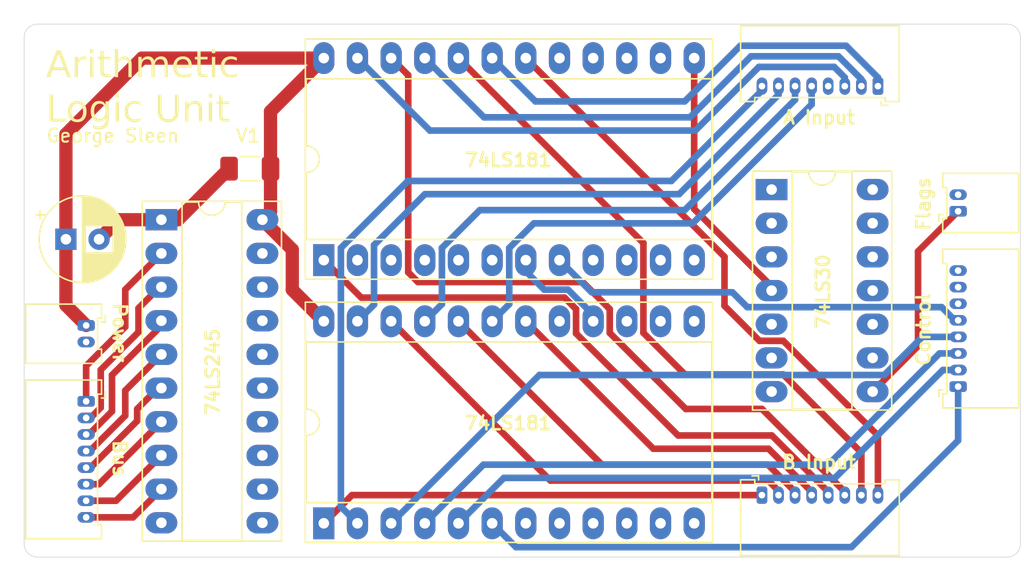
<source format=kicad_pcb>
(kicad_pcb (version 20240108) (generator "pcbnew") (generator_version "8.0")
  (layers (0 "F.Cu" signal) (1 "In1.Cu" signal) (2 "In2.Cu" signal) (31 "B.Cu" signal) (34 "B.Paste" user) (35 "F.Paste" user) (36 "B.SilkS" user "B.Silkscreen") (37 "F.SilkS" user "F.Silkscreen") (38 "B.Mask" user) (39 "F.Mask" user) (44 "Edge.Cuts" user))
  (net 0 "")
  (net 1 "/A6")
  (net 2 "/F7")
  (net 3 "GNDREF")
  (net 4 "/S0")
  (net 5 "/S2")
  (net 6 "/A4")
  (net 8 "/M")
  (net 9 "/S3")
  (net 10 "/F4")
  (net 11 "/B4")
  (net 12 "Net-(U1-Cn)")
  (net 13 "/F6")
  (net 15 "/A5")
  (net 16 "/F5")
  (net 17 "/B6")
  (net 18 "/B7")
  (net 19 "VCC")
  (net 20 "/S1")
  (net 22 "/B5")
  (net 23 "/~{Carry flag}")
  (net 24 "/A7")
  (net 25 "/B2")
  (net 26 "/A3")
  (net 27 "/F2")
  (net 28 "/F0")
  (net 29 "/B0")
  (net 30 "/A2")
  (net 31 "/B1")
  (net 33 "/F1")
  (net 34 "/~{Cn}")
  (net 35 "/A1")
  (net 36 "/F3")
  (net 39 "/B3")
  (net 40 "/A0")
  (net 41 "/Zero flag")
  (net 42 "Net-(U1-F2)")
  (net 43 "Net-(U1-F3)")
  (net 44 "Net-(U1-F1)")
  (net 45 "Net-(U1-F0)")
  (net 46 "Net-(U2-F0)")
  (net 47 "Net-(U2-F2)")
  (net 48 "Net-(U2-F1)")
  (net 49 "Net-(U2-F3)")
  (net 50 "/~{FO}")
  (footprint "Capacitor_SMD:C_1206_3216Metric_Pad1.33x1.80mm_HandSolder" (layer "F.Cu") (at 89.395 64.275 180)
    (property "Reference" "C2" (hide yes))
    (property "Value" "0.1 uF")
    (pad "1" smd roundrect (at -1.5625 0 180) (size 1.325 1.8) (layers "F.Cu" "F.Paste" "F.Mask") (roundrect_rratio 0.188679) (net 19 "VCC"))
    (pad "2" smd roundrect (at 1.5625 0 180) (size 1.325 1.8) (layers "F.Cu" "F.Paste" "F.Mask") (roundrect_rratio 0.188679) (net 3 "GNDREF"))
  )
  (footprint "Package_DIP:DIP-24_W15.24mm_Socket_LongPads" (layer "F.Cu") (at 94.975 91.025 90)
    (property "Reference" "U2" (hide yes))
    (property "Value" "74LS181")
    (pad "1" thru_hole rect (at 0 0 90) (size 2.4 1.6) (drill 0.8) (layers "*.Cu" "*.Mask") (net 29 "/B0"))
    (pad "2" thru_hole oval (at 0 2.54 90) (size 2.4 1.6) (drill 0.8) (layers "*.Cu" "*.Mask") (net 40 "/A0"))
    (pad "3" thru_hole oval (at 0 5.08 90) (size 2.4 1.6) (drill 0.8) (layers "*.Cu" "*.Mask") (net 9 "/S3"))
    (pad "4" thru_hole oval (at 0 7.62 90) (size 2.4 1.6) (drill 0.8) (layers "*.Cu" "*.Mask") (net 5 "/S2"))
    (pad "5" thru_hole oval (at 0 10.16 90) (size 2.4 1.6) (drill 0.8) (layers "*.Cu" "*.Mask") (net 20 "/S1"))
    (pad "6" thru_hole oval (at 0 12.7 90) (size 2.4 1.6) (drill 0.8) (layers "*.Cu" "*.Mask") (net 4 "/S0"))
    (pad "7" thru_hole oval (at 0 15.24 90) (size 2.4 1.6) (drill 0.8) (layers "*.Cu" "*.Mask") (net 34 "/~{Cn}"))
    (pad "8" thru_hole oval (at 0 17.78 90) (size 2.4 1.6) (drill 0.8) (layers "*.Cu" "*.Mask") (net 8 "/M"))
    (pad "9" thru_hole oval (at 0 20.32 90) (size 2.4 1.6) (drill 0.8) (layers "*.Cu" "*.Mask") (net 46 "Net-(U2-F0)"))
    (pad "10" thru_hole oval (at 0 22.86 90) (size 2.4 1.6) (drill 0.8) (layers "*.Cu" "*.Mask") (net 48 "Net-(U2-F1)"))
    (pad "11" thru_hole oval (at 0 25.4 90) (size 2.4 1.6) (drill 0.8) (layers "*.Cu" "*.Mask") (net 47 "Net-(U2-F2)"))
    (pad "12" thru_hole oval (at 0 27.94 90) (size 2.4 1.6) (drill 0.8) (layers "*.Cu" "*.Mask") (net 3 "GNDREF"))
    (pad "13" thru_hole oval (at 15.24 27.94 90) (size 2.4 1.6) (drill 0.8) (layers "*.Cu" "*.Mask") (net 49 "Net-(U2-F3)"))
    (pad "14" thru_hole oval (at 15.24 25.4 90) (size 2.4 1.6) (drill 0.8) (layers "*.Cu" "*.Mask"))
    (pad "15" thru_hole oval (at 15.24 22.86 90) (size 2.4 1.6) (drill 0.8) (layers "*.Cu" "*.Mask"))
    (pad "16" thru_hole oval (at 15.24 20.32 90) (size 2.4 1.6) (drill 0.8) (layers "*.Cu" "*.Mask") (net 12 "Net-(U1-Cn)"))
    (pad "17" thru_hole oval (at 15.24 17.78 90) (size 2.4 1.6) (drill 0.8) (layers "*.Cu" "*.Mask"))
    (pad "18" thru_hole oval (at 15.24 15.24 90) (size 2.4 1.6) (drill 0.8) (layers "*.Cu" "*.Mask") (net 39 "/B3"))
    (pad "19" thru_hole oval (at 15.24 12.7 90) (size 2.4 1.6) (drill 0.8) (layers "*.Cu" "*.Mask") (net 26 "/A3"))
    (pad "20" thru_hole oval (at 15.24 10.16 90) (size 2.4 1.6) (drill 0.8) (layers "*.Cu" "*.Mask") (net 25 "/B2"))
    (pad "21" thru_hole oval (at 15.24 7.62 90) (size 2.4 1.6) (drill 0.8) (layers "*.Cu" "*.Mask") (net 30 "/A2"))
    (pad "22" thru_hole oval (at 15.24 5.08 90) (size 2.4 1.6) (drill 0.8) (layers "*.Cu" "*.Mask") (net 31 "/B1"))
    (pad "23" thru_hole oval (at 15.24 2.54 90) (size 2.4 1.6) (drill 0.8) (layers "*.Cu" "*.Mask") (net 35 "/A1"))
    (pad "24" thru_hole oval (at 15.24 0 90) (size 2.4 1.6) (drill 0.8) (layers "*.Cu" "*.Mask") (net 19 "VCC"))
  )
  (footprint "Connector_Molex:Molex_PicoBlade_53048-0810_1x08_P1.25mm_Horizontal" (layer "F.Cu") (at 77.05 81.825 -90)
    (property "Reference" "J3" (hide yes))
    (property "Value" "Bus")
    (pad "1" thru_hole roundrect (at 0 0 270) (size 0.8 1.3) (drill 0.5) (layers "*.Cu" "*.Mask") (net 2 "/F7"))
    (pad "2" thru_hole oval (at 1.25 0 270) (size 0.8 1.3) (drill 0.5) (layers "*.Cu" "*.Mask") (net 13 "/F6"))
    (pad "3" thru_hole oval (at 2.5 0 270) (size 0.8 1.3) (drill 0.5) (layers "*.Cu" "*.Mask") (net 16 "/F5"))
    (pad "4" thru_hole oval (at 3.75 0 270) (size 0.8 1.3) (drill 0.5) (layers "*.Cu" "*.Mask") (net 10 "/F4"))
    (pad "5" thru_hole oval (at 5 0 270) (size 0.8 1.3) (drill 0.5) (layers "*.Cu" "*.Mask") (net 36 "/F3"))
    (pad "6" thru_hole oval (at 6.25 0 270) (size 0.8 1.3) (drill 0.5) (layers "*.Cu" "*.Mask") (net 27 "/F2"))
    (pad "7" thru_hole oval (at 7.5 0 270) (size 0.8 1.3) (drill 0.5) (layers "*.Cu" "*.Mask") (net 33 "/F1"))
    (pad "8" thru_hole oval (at 8.75 0 270) (size 0.8 1.3) (drill 0.5) (layers "*.Cu" "*.Mask") (net 28 "/F0"))
  )
  (footprint "Connector_Molex:Molex_PicoBlade_53048-0210_1x02_P1.25mm_Horizontal" (layer "F.Cu") (at 142.825 67.4875 90)
    (property "Reference" "J5" (hide yes))
    (property "Value" "Flags" (hide yes))
    (pad "1" thru_hole roundrect (at 0 0 90) (size 0.8 1.3) (drill 0.5) (layers "*.Cu" "*.Mask") (net 41 "/Zero flag"))
    (pad "2" thru_hole oval (at 1.25 0 90) (size 0.8 1.3) (drill 0.5) (layers "*.Cu" "*.Mask") (net 23 "/~{Carry flag}"))
  )
  (footprint "Package_DIP:DIP-20_W7.62mm_Socket_LongPads" (layer "F.Cu") (at 82.725 68.125)
    (property "Reference" "U4" (hide yes))
    (property "Value" "74LS245")
    (pad "1" thru_hole rect (at 0 0) (size 2.4 1.6) (drill 0.8) (layers "*.Cu" "*.Mask") (net 3 "GNDREF"))
    (pad "2" thru_hole oval (at 0 2.54) (size 2.4 1.6) (drill 0.8) (layers "*.Cu" "*.Mask") (net 2 "/F7"))
    (pad "3" thru_hole oval (at 0 5.08) (size 2.4 1.6) (drill 0.8) (layers "*.Cu" "*.Mask") (net 13 "/F6"))
    (pad "4" thru_hole oval (at 0 7.62) (size 2.4 1.6) (drill 0.8) (layers "*.Cu" "*.Mask") (net 16 "/F5"))
    (pad "5" thru_hole oval (at 0 10.16) (size 2.4 1.6) (drill 0.8) (layers "*.Cu" "*.Mask") (net 10 "/F4"))
    (pad "6" thru_hole oval (at 0 12.7) (size 2.4 1.6) (drill 0.8) (layers "*.Cu" "*.Mask") (net 36 "/F3"))
    (pad "7" thru_hole oval (at 0 15.24) (size 2.4 1.6) (drill 0.8) (layers "*.Cu" "*.Mask") (net 27 "/F2"))
    (pad "8" thru_hole oval (at 0 17.78) (size 2.4 1.6) (drill 0.8) (layers "*.Cu" "*.Mask") (net 33 "/F1"))
    (pad "9" thru_hole oval (at 0 20.32) (size 2.4 1.6) (drill 0.8) (layers "*.Cu" "*.Mask") (net 28 "/F0"))
    (pad "10" thru_hole oval (at 0 22.86) (size 2.4 1.6) (drill 0.8) (layers "*.Cu" "*.Mask") (net 3 "GNDREF"))
    (pad "11" thru_hole oval (at 7.62 22.86) (size 2.4 1.6) (drill 0.8) (layers "*.Cu" "*.Mask") (net 46 "Net-(U2-F0)"))
    (pad "12" thru_hole oval (at 7.62 20.32) (size 2.4 1.6) (drill 0.8) (layers "*.Cu" "*.Mask") (net 48 "Net-(U2-F1)"))
    (pad "13" thru_hole oval (at 7.62 17.78) (size 2.4 1.6) (drill 0.8) (layers "*.Cu" "*.Mask") (net 47 "Net-(U2-F2)"))
    (pad "14" thru_hole oval (at 7.62 15.24) (size 2.4 1.6) (drill 0.8) (layers "*.Cu" "*.Mask") (net 49 "Net-(U2-F3)"))
    (pad "15" thru_hole oval (at 7.62 12.7) (size 2.4 1.6) (drill 0.8) (layers "*.Cu" "*.Mask") (net 45 "Net-(U1-F0)"))
    (pad "16" thru_hole oval (at 7.62 10.16) (size 2.4 1.6) (drill 0.8) (layers "*.Cu" "*.Mask") (net 44 "Net-(U1-F1)"))
    (pad "17" thru_hole oval (at 7.62 7.62) (size 2.4 1.6) (drill 0.8) (layers "*.Cu" "*.Mask") (net 42 "Net-(U1-F2)"))
    (pad "18" thru_hole oval (at 7.62 5.08) (size 2.4 1.6) (drill 0.8) (layers "*.Cu" "*.Mask") (net 43 "Net-(U1-F3)"))
    (pad "19" thru_hole oval (at 7.62 2.54) (size 2.4 1.6) (drill 0.8) (layers "*.Cu" "*.Mask") (net 50 "/~{FO}"))
    (pad "20" thru_hole oval (at 7.62 0) (size 2.4 1.6) (drill 0.8) (layers "*.Cu" "*.Mask") (net 19 "VCC"))
  )
  (footprint "Connector_Molex:Molex_PicoBlade_53048-0810_1x08_P1.25mm_Horizontal" (layer "F.Cu") (at 136.775 58.05 180)
    (property "Reference" "J2" (hide yes))
    (property "Value" "A Input")
    (pad "1" thru_hole roundrect (at 0 0 180) (size 0.8 1.3) (drill 0.5) (layers "*.Cu" "*.Mask") (net 24 "/A7"))
    (pad "2" thru_hole oval (at 1.25 0 180) (size 0.8 1.3) (drill 0.5) (layers "*.Cu" "*.Mask") (net 1 "/A6"))
    (pad "3" thru_hole oval (at 2.5 0 180) (size 0.8 1.3) (drill 0.5) (layers "*.Cu" "*.Mask") (net 15 "/A5"))
    (pad "4" thru_hole oval (at 3.75 0 180) (size 0.8 1.3) (drill 0.5) (layers "*.Cu" "*.Mask") (net 6 "/A4"))
    (pad "5" thru_hole oval (at 5 0 180) (size 0.8 1.3) (drill 0.5) (layers "*.Cu" "*.Mask") (net 26 "/A3"))
    (pad "6" thru_hole oval (at 6.25 0 180) (size 0.8 1.3) (drill 0.5) (layers "*.Cu" "*.Mask") (net 30 "/A2"))
    (pad "7" thru_hole oval (at 7.5 0 180) (size 0.8 1.3) (drill 0.5) (layers "*.Cu" "*.Mask") (net 35 "/A1"))
    (pad "8" thru_hole oval (at 8.75 0 180) (size 0.8 1.3) (drill 0.5) (layers "*.Cu" "*.Mask") (net 40 "/A0"))
  )
  (footprint "Connector_Molex:Molex_PicoBlade_53048-0210_1x02_P1.25mm_Horizontal" (layer "F.Cu") (at 77.05 76.1 -90)
    (property "Reference" "J6" (hide yes))
    (property "Value" "Power")
    (pad "1" thru_hole roundrect (at 0 0 270) (size 0.8 1.3) (drill 0.5) (layers "*.Cu" "*.Mask") (net 19 "VCC"))
    (pad "2" thru_hole oval (at 1.25 0 270) (size 0.8 1.3) (drill 0.5) (layers "*.Cu" "*.Mask") (net 3 "GNDREF"))
  )
  (footprint "Package_DIP:DIP-14_W7.62mm_Socket_LongPads" (layer "F.Cu") (at 128.755 65.85)
    (property "Reference" "U3" (hide yes))
    (property "Value" "74LS30")
    (pad "1" thru_hole rect (at 0 0) (size 2.4 1.6) (drill 0.8) (layers "*.Cu" "*.Mask") (net 45 "Net-(U1-F0)"))
    (pad "2" thru_hole oval (at 0 2.54) (size 2.4 1.6) (drill 0.8) (layers "*.Cu" "*.Mask") (net 44 "Net-(U1-F1)"))
    (pad "3" thru_hole oval (at 0 5.08) (size 2.4 1.6) (drill 0.8) (layers "*.Cu" "*.Mask") (net 42 "Net-(U1-F2)"))
    (pad "4" thru_hole oval (at 0 7.62) (size 2.4 1.6) (drill 0.8) (layers "*.Cu" "*.Mask") (net 43 "Net-(U1-F3)"))
    (pad "5" thru_hole oval (at 0 10.16) (size 2.4 1.6) (drill 0.8) (layers "*.Cu" "*.Mask") (net 49 "Net-(U2-F3)"))
    (pad "6" thru_hole oval (at 0 12.7) (size 2.4 1.6) (drill 0.8) (layers "*.Cu" "*.Mask") (net 47 "Net-(U2-F2)"))
    (pad "7" thru_hole oval (at 0 15.24) (size 2.4 1.6) (drill 0.8) (layers "*.Cu" "*.Mask") (net 3 "GNDREF"))
    (pad "8" thru_hole oval (at 7.62 15.24) (size 2.4 1.6) (drill 0.8) (layers "*.Cu" "*.Mask") (net 41 "/Zero flag"))
    (pad "9" thru_hole oval (at 7.62 12.7) (size 2.4 1.6) (drill 0.8) (layers "*.Cu" "*.Mask"))
    (pad "10" thru_hole oval (at 7.62 10.16) (size 2.4 1.6) (drill 0.8) (layers "*.Cu" "*.Mask"))
    (pad "11" thru_hole oval (at 7.62 7.62) (size 2.4 1.6) (drill 0.8) (layers "*.Cu" "*.Mask") (net 48 "Net-(U2-F1)"))
    (pad "12" thru_hole oval (at 7.62 5.08) (size 2.4 1.6) (drill 0.8) (layers "*.Cu" "*.Mask") (net 46 "Net-(U2-F0)"))
    (pad "13" thru_hole oval (at 7.62 2.54) (size 2.4 1.6) (drill 0.8) (layers "*.Cu" "*.Mask"))
    (pad "14" thru_hole oval (at 7.62 0) (size 2.4 1.6) (drill 0.8) (layers "*.Cu" "*.Mask") (net 19 "VCC"))
  )
  (footprint "Capacitor_THT:CP_Radial_D6.3mm_P2.50mm" (layer "F.Cu") (at 75.525 69.6)
    (property "Reference" "C1" (hide yes))
    (property "Value" "C_Polarized_US")
    (pad "1" thru_hole rect (at 0 0) (size 1.6 1.6) (drill 0.8) (layers "*.Cu" "*.Mask") (net 19 "VCC"))
    (pad "2" thru_hole circle (at 2.5 0) (size 1.6 1.6) (drill 0.8) (layers "*.Cu" "*.Mask") (net 3 "GNDREF"))
  )
  (footprint "Package_DIP:DIP-24_W15.24mm_Socket_LongPads" (layer "F.Cu") (at 94.975 71.175 90)
    (property "Reference" "U1" (hide yes))
    (property "Value" "74LS181")
    (pad "1" thru_hole rect (at 0 0 90) (size 2.4 1.6) (drill 0.8) (layers "*.Cu" "*.Mask") (net 11 "/B4"))
    (pad "2" thru_hole oval (at 0 2.54 90) (size 2.4 1.6) (drill 0.8) (layers "*.Cu" "*.Mask") (net 6 "/A4"))
    (pad "3" thru_hole oval (at 0 5.08 90) (size 2.4 1.6) (drill 0.8) (layers "*.Cu" "*.Mask") (net 9 "/S3"))
    (pad "4" thru_hole oval (at 0 7.62 90) (size 2.4 1.6) (drill 0.8) (layers "*.Cu" "*.Mask") (net 5 "/S2"))
    (pad "5" thru_hole oval (at 0 10.16 90) (size 2.4 1.6) (drill 0.8) (layers "*.Cu" "*.Mask") (net 20 "/S1"))
    (pad "6" thru_hole oval (at 0 12.7 90) (size 2.4 1.6) (drill 0.8) (layers "*.Cu" "*.Mask") (net 4 "/S0"))
    (pad "7" thru_hole oval (at 0 15.24 90) (size 2.4 1.6) (drill 0.8) (layers "*.Cu" "*.Mask") (net 12 "Net-(U1-Cn)"))
    (pad "8" thru_hole oval (at 0 17.78 90) (size 2.4 1.6) (drill 0.8) (layers "*.Cu" "*.Mask") (net 8 "/M"))
    (pad "9" thru_hole oval (at 0 20.32 90) (size 2.4 1.6) (drill 0.8) (layers "*.Cu" "*.Mask") (net 45 "Net-(U1-F0)"))
    (pad "10" thru_hole oval (at 0 22.86 90) (size 2.4 1.6) (drill 0.8) (layers "*.Cu" "*.Mask") (net 44 "Net-(U1-F1)"))
    (pad "11" thru_hole oval (at 0 25.4 90) (size 2.4 1.6) (drill 0.8) (layers "*.Cu" "*.Mask") (net 42 "Net-(U1-F2)"))
    (pad "12" thru_hole oval (at 0 27.94 90) (size 2.4 1.6) (drill 0.8) (layers "*.Cu" "*.Mask") (net 3 "GNDREF"))
    (pad "13" thru_hole oval (at 15.24 27.94 90) (size 2.4 1.6) (drill 0.8) (layers "*.Cu" "*.Mask") (net 43 "Net-(U1-F3)"))
    (pad "14" thru_hole oval (at 15.24 25.4 90) (size 2.4 1.6) (drill 0.8) (layers "*.Cu" "*.Mask"))
    (pad "15" thru_hole oval (at 15.24 22.86 90) (size 2.4 1.6) (drill 0.8) (layers "*.Cu" "*.Mask"))
    (pad "16" thru_hole oval (at 15.24 20.32 90) (size 2.4 1.6) (drill 0.8) (layers "*.Cu" "*.Mask") (net 23 "/~{Carry flag}"))
    (pad "17" thru_hole oval (at 15.24 17.78 90) (size 2.4 1.6) (drill 0.8) (layers "*.Cu" "*.Mask"))
    (pad "18" thru_hole oval (at 15.24 15.24 90) (size 2.4 1.6) (drill 0.8) (layers "*.Cu" "*.Mask") (net 18 "/B7"))
    (pad "19" thru_hole oval (at 15.24 12.7 90) (size 2.4 1.6) (drill 0.8) (layers "*.Cu" "*.Mask") (net 24 "/A7"))
    (pad "20" thru_hole oval (at 15.24 10.16 90) (size 2.4 1.6) (drill 0.8) (layers "*.Cu" "*.Mask") (net 17 "/B6"))
    (pad "21" thru_hole oval (at 15.24 7.62 90) (size 2.4 1.6) (drill 0.8) (layers "*.Cu" "*.Mask") (net 1 "/A6"))
    (pad "22" thru_hole oval (at 15.24 5.08 90) (size 2.4 1.6) (drill 0.8) (layers "*.Cu" "*.Mask") (net 22 "/B5"))
    (pad "23" thru_hole oval (at 15.24 2.54 90) (size 2.4 1.6) (drill 0.8) (layers "*.Cu" "*.Mask") (net 15 "/A5"))
    (pad "24" thru_hole oval (at 15.24 0 90) (size 2.4 1.6) (drill 0.8) (layers "*.Cu" "*.Mask") (net 19 "VCC"))
  )
  (footprint "Connector_Molex:Molex_PicoBlade_53048-0810_1x08_P1.25mm_Horizontal" (layer "F.Cu") (at 128.025 88.9)
    (property "Reference" "J1" (hide yes))
    (property "Value" "B Input")
    (pad "1" thru_hole roundrect (at 0 0) (size 0.8 1.3) (drill 0.5) (layers "*.Cu" "*.Mask") (net 29 "/B0"))
    (pad "2" thru_hole oval (at 1.25 0) (size 0.8 1.3) (drill 0.5) (layers "*.Cu" "*.Mask") (net 31 "/B1"))
    (pad "3" thru_hole oval (at 2.5 0) (size 0.8 1.3) (drill 0.5) (layers "*.Cu" "*.Mask") (net 25 "/B2"))
    (pad "4" thru_hole oval (at 3.75 0) (size 0.8 1.3) (drill 0.5) (layers "*.Cu" "*.Mask") (net 39 "/B3"))
    (pad "5" thru_hole oval (at 5 0) (size 0.8 1.3) (drill 0.5) (layers "*.Cu" "*.Mask") (net 11 "/B4"))
    (pad "6" thru_hole oval (at 6.25 0) (size 0.8 1.3) (drill 0.5) (layers "*.Cu" "*.Mask") (net 22 "/B5"))
    (pad "7" thru_hole oval (at 7.5 0) (size 0.8 1.3) (drill 0.5) (layers "*.Cu" "*.Mask") (net 17 "/B6"))
    (pad "8" thru_hole oval (at 8.75 0) (size 0.8 1.3) (drill 0.5) (layers "*.Cu" "*.Mask") (net 18 "/B7"))
  )
  (footprint "Connector_Molex:Molex_PicoBlade_53048-0810_1x08_P1.25mm_Horizontal" (layer "F.Cu") (at 142.825 80.7125 90)
    (property "Reference" "J4" (hide yes))
    (property "Value" "Control" (hide yes))
    (pad "1" thru_hole roundrect (at 0 0 90) (size 0.8 1.3) (drill 0.5) (layers "*.Cu" "*.Mask") (net 4 "/S0"))
    (pad "2" thru_hole oval (at 1.25 0 90) (size 0.8 1.3) (drill 0.5) (layers "*.Cu" "*.Mask") (net 20 "/S1"))
    (pad "3" thru_hole oval (at 2.5 0 90) (size 0.8 1.3) (drill 0.5) (layers "*.Cu" "*.Mask") (net 5 "/S2"))
    (pad "4" thru_hole oval (at 3.75 0 90) (size 0.8 1.3) (drill 0.5) (layers "*.Cu" "*.Mask") (net 9 "/S3"))
    (pad "5" thru_hole oval (at 5 0 90) (size 0.8 1.3) (drill 0.5) (layers "*.Cu" "*.Mask") (net 8 "/M"))
    (pad "6" thru_hole oval (at 6.25 0 90) (size 0.8 1.3) (drill 0.5) (layers "*.Cu" "*.Mask") (net 34 "/~{Cn}"))
    (pad "7" thru_hole oval (at 7.5 0 90) (size 0.8 1.3) (drill 0.5) (layers "*.Cu" "*.Mask") (net 50 "/~{FO}"))
    (pad "8" thru_hole oval (at 8.75 0 90) (size 0.8 1.3) (drill 0.5) (layers "*.Cu" "*.Mask"))
  )
  (gr_arc (start 147.525 92.575) (mid 147.232107 93.282107) (end 146.525 93.575) (stroke (width 0.05)) (layer "Edge.Cuts"))
  (gr_line (start 72.375 92.575) (end 72.375 54.375) (stroke (width 0.05)) (layer "Edge.Cuts"))
  (gr_line (start 147.525 54.375) (end 147.525 92.575) (stroke (width 0.05)) (layer "Edge.Cuts"))
  (gr_arc (start 146.525 53.375) (mid 147.232107 53.667893) (end 147.525 54.375) (stroke (width 0.05)) (layer "Edge.Cuts"))
  (gr_arc (start 72.375 54.375) (mid 72.667893 53.667893) (end 73.375 53.375) (stroke (width 0.05)) (layer "Edge.Cuts"))
  (gr_arc (start 73.375 93.575) (mid 72.667893 93.282107) (end 72.375 92.575) (stroke (width 0.05)) (layer "Edge.Cuts"))
  (gr_line (start 73.375 53.375) (end 146.525 53.375) (stroke (width 0.05)) (layer "Edge.Cuts"))
  (gr_line (start 146.525 93.575) (end 73.375 93.575) (stroke (width 0.05)) (layer "Edge.Cuts"))
  (gr_text "V1" (at 90.264759 62.3713 0) (layer "F.SilkS") (effects (font (size 1 1)) (justify right bottom)))
  (gr_text "Bus" (at 79 84.642857 -90) (layer "F.SilkS") (effects (font (size 1 1) (thickness 0.2) (bold yes)) (justify left bottom)))
  (gr_text "74LS181\n" (at 105.488095 64.214 0) (layer "F.SilkS") (effects (font (size 1 1) (thickness 0.2) (bold yes)) (justify left bottom)))
  (gr_text "74LS181\n" (at 105.488095 84.064 0) (layer "F.SilkS") (effects (font (size 1 1) (thickness 0.2) (bold yes)) (justify left bottom)))
  (gr_text "A Input" (at 129.509524 61 0) (layer "F.SilkS") (effects (font (size 1 1) (thickness 0.2) (bold yes)) (justify left bottom)))
  (gr_text "Control\n" (at 140.8 79.251787 90) (layer "F.SilkS") (effects (font (size 1 1) (thickness 0.2) (bold yes)) (justify left bottom)))
  (gr_text "Power" (at 79 74.310714 270) (layer "F.SilkS") (effects (font (size 1 1) (thickness 0.2) (bold yes)) (justify left bottom)))
  (gr_text "74LS30\n" (at 133.219 76.460715 90) (layer "F.SilkS") (effects (font (size 1 1) (thickness 0.2) (bold yes)) (justify left bottom)))
  (gr_text "Flags" (at 140.8 69.062501 90) (layer "F.SilkS") (effects (font (size 1 1) (thickness 0.2) (bold yes)) (justify left bottom)))
  (gr_text "B Input" (at 129.438095 87 0) (layer "F.SilkS") (effects (font (size 1 1) (thickness 0.2) (bold yes)) (justify left bottom)))
  (gr_text "George Sleen" (at 73.964759 62.3713 0) (layer "F.SilkS") (effects (font (size 1 1)) (justify left bottom)))
  (gr_text "Arithmetic \nLogic Unit" (at 74.014759 61.0713 0) (layer "F.SilkS") (effects (font (size 2 2) (thickness 0.1)) (justify left bottom)))
  (gr_text "74LS245\n" (at 87.189 83.011905 90) (layer "F.SilkS") (effects (font (size 1 1) (thickness 0.2) (bold yes)) (justify left bottom)))
  (segment (start 107.06 60.4) (end 102.595 55.935) (width 0.5) (layer "B.Cu") (net 1))
  (segment (start 122.6 60.4) (end 107.06 60.4) (width 0.5) (layer "B.Cu") (net 1))
  (segment (start 127.2 55.8) (end 122.6 60.4) (width 0.5) (layer "B.Cu") (net 1))
  (segment (start 135.525 58.05) (end 135.525 57.525) (width 0.5) (layer "B.Cu") (net 1))
  (segment (start 133.8 55.8) (end 127.2 55.8) (width 0.5) (layer "B.Cu") (net 1))
  (segment (start 135.525 57.525) (end 133.8 55.8) (width 0.5) (layer "B.Cu") (net 1))
  (segment (start 82.725 70.665) (end 82.725 70.675) (width 0.5) (layer "F.Cu") (net 2))
  (segment (start 80 73.4) (end 80 76.2) (width 0.5) (layer "F.Cu") (net 2))
  (segment (start 80 76.2) (end 77.05 79.15) (width 0.5) (layer "F.Cu") (net 2))
  (segment (start 82.725 70.675) (end 80 73.4) (width 0.5) (layer "F.Cu") (net 2))
  (segment (start 77.05 79.15) (end 77.05 81.825) (width 0.5) (layer "F.Cu") (net 2))
  (segment (start 82.725 68.125) (end 79.5 68.125) (width 1) (layer "F.Cu") (net 3))
  (segment (start 79.5 68.125) (end 78.025 69.6) (width 1) (layer "F.Cu") (net 3))
  (segment (start 82.725 68.125) (end 83.9825 68.125) (width 1) (layer "F.Cu") (net 3))
  (segment (start 83.9825 68.125) (end 87.8325 64.275) (width 1) (layer "F.Cu") (net 3))
  (segment (start 142.825 84.775) (end 134.775 92.825) (width 0.5) (layer "B.Cu") (net 4))
  (segment (start 134.775 92.825) (end 109.475 92.825) (width 0.5) (layer "B.Cu") (net 4))
  (segment (start 142.825 80.7125) (end 142.825 84.775) (width 0.5) (layer "B.Cu") (net 4))
  (segment (start 109.475 92.825) (end 107.675 91.025) (width 0.5) (layer "B.Cu") (net 4))
  (segment (start 142.825 78.2125) (end 141.420267 78.2125) (width 0.5) (layer "B.Cu") (net 5))
  (segment (start 107.02 86.6) (end 102.595 91.025) (width 0.5) (layer "B.Cu") (net 5))
  (segment (start 141.420267 78.2125) (end 133.032767 86.6) (width 0.5) (layer "B.Cu") (net 5))
  (segment (start 133.032767 86.6) (end 107.02 86.6) (width 0.5) (layer "B.Cu") (net 5))
  (segment (start 142.825 75.7125) (end 142.575 75.7125) (width 0.5) (layer "B.Cu") (net 8))
  (segment (start 115.18 73.6) (end 112.755 71.175) (width 0.5) (layer "B.Cu") (net 8))
  (segment (start 142.575 75.7125) (end 141.5825 74.72) (width 0.5) (layer "B.Cu") (net 8))
  (segment (start 141.5825 74.72) (end 126.92 74.72) (width 0.5) (layer "B.Cu") (net 8))
  (segment (start 125.8 73.6) (end 115.18 73.6) (width 0.5) (layer "B.Cu") (net 8))
  (segment (start 126.92 74.72) (end 125.8 73.6) (width 0.5) (layer "B.Cu") (net 8))
  (segment (start 142.825 76.9625) (end 140.130267 76.9625) (width 0.5) (layer "B.Cu") (net 9))
  (segment (start 140.130267 76.9625) (end 137.252767 79.84) (width 0.5) (layer "B.Cu") (net 9))
  (segment (start 111.24 79.84) (end 100.055 91.025) (width 0.5) (layer "B.Cu") (net 9))
  (segment (start 137.252767 79.84) (end 111.24 79.84) (width 0.5) (layer "B.Cu") (net 9))
  (segment (start 80 82.9) (end 77.325 85.575) (width 0.5) (layer "F.Cu") (net 10))
  (segment (start 82.725 78.285) (end 80 81.01) (width 0.5) (layer "F.Cu") (net 10))
  (segment (start 77.325 85.575) (end 77.05 85.575) (width 0.5) (layer "F.Cu") (net 10))
  (segment (start 80 81.01) (end 80 82.9) (width 0.5) (layer "F.Cu") (net 10))
  (segment (start 114.005 74.867233) (end 113.137767 74) (width 0.5) (layer "F.Cu") (net 11))
  (segment (start 133.025 88.9) (end 133.025 88.65) (width 0.5) (layer "F.Cu") (net 11))
  (segment (start 113.137767 74) (end 97.8 74) (width 0.5) (layer "F.Cu") (net 11))
  (segment (start 133.025 88.65) (end 128.775 84.4) (width 0.5) (layer "F.Cu") (net 11))
  (segment (start 121.702233 84.4) (end 114.005 76.702767) (width 0.5) (layer "F.Cu") (net 11))
  (segment (start 97.8 74) (end 94.975 71.175) (width 0.5) (layer "F.Cu") (net 11))
  (segment (start 114.005 76.702767) (end 114.005 74.867233) (width 0.5) (layer "F.Cu") (net 11))
  (segment (start 128.775 84.4) (end 121.702233 84.4) (width 0.5) (layer "F.Cu") (net 11))
  (segment (start 110.215 71.175) (end 110.215 72.015) (width 0.5) (layer "B.Cu") (net 12))
  (segment (start 110.215 72.015) (end 111.6 73.4) (width 0.5) (layer "B.Cu") (net 12))
  (segment (start 113.4 73.4) (end 115.295 75.295) (width 0.5) (layer "B.Cu") (net 12))
  (segment (start 111.6 73.4) (end 113.4 73.4) (width 0.5) (layer "B.Cu") (net 12))
  (segment (start 115.295 75.295) (end 115.295 75.785) (width 0.5) (layer "B.Cu") (net 12))
  (segment (start 81 76.6) (end 78.15 79.45) (width 0.5) (layer "F.Cu") (net 13))
  (segment (start 78.15 79.45) (end 78.15 82.29978) (width 0.5) (layer "F.Cu") (net 13))
  (segment (start 82.595 73.205) (end 81 74.8) (width 0.5) (layer "F.Cu") (net 13))
  (segment (start 78.15 82.29978) (end 77.37478 83.075) (width 0.5) (layer "F.Cu") (net 13))
  (segment (start 82.725 73.205) (end 82.595 73.205) (width 0.5) (layer "F.Cu") (net 13))
  (segment (start 81 74.8) (end 81 76.6) (width 0.5) (layer "F.Cu") (net 13))
  (segment (start 77.37478 83.075) (end 77.05 83.075) (width 0.5) (layer "F.Cu") (net 13))
  (segment (start 123 61.4) (end 102.98 61.4) (width 0.5) (layer "B.Cu") (net 15))
  (segment (start 134.275 57.4) (end 133.475 56.6) (width 0.5) (layer "B.Cu") (net 15))
  (segment (start 134.275 58.05) (end 134.275 57.4) (width 0.5) (layer "B.Cu") (net 15))
  (segment (start 133.475 56.6) (end 127.8 56.6) (width 0.5) (layer "B.Cu") (net 15))
  (segment (start 127.8 56.6) (end 123 61.4) (width 0.5) (layer "B.Cu") (net 15))
  (segment (start 102.98 61.4) (end 97.515 55.935) (width 0.5) (layer "B.Cu") (net 15))
  (segment (start 82.725 76.117233) (end 79 79.842233) (width 0.5) (layer "F.Cu") (net 16))
  (segment (start 82.725 75.745) (end 82.725 76.117233) (width 0.5) (layer "F.Cu") (net 16))
  (segment (start 79 82.577082) (end 77.252082 84.325) (width 0.5) (layer "F.Cu") (net 16))
  (segment (start 77.252082 84.325) (end 77.05 84.325) (width 0.5) (layer "F.Cu") (net 16))
  (segment (start 79 79.842233) (end 79 82.577082) (width 0.5) (layer "F.Cu") (net 16))
  (segment (start 135.525 85.692233) (end 129.632767 79.8) (width 0.5) (layer "F.Cu") (net 17))
  (segment (start 135.525 88.9) (end 135.525 85.692233) (width 0.5) (layer "F.Cu") (net 17))
  (segment (start 119.085 69.885) (end 105.135 55.935) (width 0.5) (layer "F.Cu") (net 17))
  (segment (start 119.085 76.662767) (end 119.085 69.885) (width 0.5) (layer "F.Cu") (net 17))
  (segment (start 122.222233 79.8) (end 119.085 76.662767) (width 0.5) (layer "F.Cu") (net 17))
  (segment (start 129.632767 79.8) (end 122.222233 79.8) (width 0.5) (layer "F.Cu") (net 17))
  (segment (start 125.2 70.92) (end 110.215 55.935) (width 0.5) (layer "F.Cu") (net 18))
  (segment (start 136.775 88.9) (end 136.775 84.402233) (width 0.5) (layer "F.Cu") (net 18))
  (segment (start 125.2 74.622767) (end 125.2 70.92) (width 0.5) (layer "F.Cu") (net 18))
  (segment (start 129.632767 77.26) (end 127.837233 77.26) (width 0.5) (layer "F.Cu") (net 18))
  (segment (start 127.837233 77.26) (end 125.2 74.622767) (width 0.5) (layer "F.Cu") (net 18))
  (segment (start 136.775 84.402233) (end 129.632767 77.26) (width 0.5) (layer "F.Cu") (net 18))
  (segment (start 90.9575 64.275) (end 90.9575 67.5125) (width 1) (layer "F.Cu") (net 19))
  (segment (start 90.9575 64.275) (end 90.9575 59.9525) (width 1) (layer "F.Cu") (net 19))
  (segment (start 75.525 69.6) (end 75.525 61.675) (width 1) (layer "F.Cu") (net 19))
  (segment (start 90.9575 67.5125) (end 90.345 68.125) (width 1) (layer "F.Cu") (net 19))
  (segment (start 75.525 61.675) (end 81.265 55.935) (width 1) (layer "F.Cu") (net 19))
  (segment (start 94.975 75.785) (end 92.6 73.41) (width 1) (layer "F.Cu") (net 19))
  (segment (start 75.525 69.6) (end 75.525 74.575) (width 1) (layer "F.Cu") (net 19))
  (segment (start 90.9575 59.9525) (end 94.975 55.935) (width 1) (layer "F.Cu") (net 19))
  (segment (start 75.525 74.575) (end 77.05 76.1) (width 1) (layer "F.Cu") (net 19))
  (segment (start 81.265 55.935) (end 94.975 55.935) (width 1) (layer "F.Cu") (net 19))
  (segment (start 92.6 73.41) (end 92.6 70.38) (width 1) (layer "F.Cu") (net 19))
  (segment (start 92.6 70.38) (end 90.345 68.125) (width 1) (layer "F.Cu") (net 19))
  (segment (start 141.675 79.4625) (end 133.5375 87.6) (width 0.5) (layer "B.Cu") (net 20))
  (segment (start 108.56 87.6) (end 105.135 91.025) (width 0.5) (layer "B.Cu") (net 20))
  (segment (start 133.5375 87.6) (end 108.56 87.6) (width 0.5) (layer "B.Cu") (net 20))
  (segment (start 142.825 79.4625) (end 141.675 79.4625) (width 0.5) (layer "B.Cu") (net 20))
  (segment (start 114.502767 72.825) (end 102.077233 72.825) (width 0.5) (layer "F.Cu") (net 22))
  (segment (start 116.545 76.662767) (end 116.545 74.867233) (width 0.5) (layer "F.Cu") (net 22))
  (segment (start 134.275 88.9) (end 134.275 88.65) (width 0.5) (layer "F.Cu") (net 22))
  (segment (start 134.275 88.65) (end 128.025 82.4) (width 0.5) (layer "F.Cu") (net 22))
  (segment (start 101.345 72.092767) (end 101.345 57.225) (width 0.5) (layer "F.Cu") (net 22))
  (segment (start 102.077233 72.825) (end 101.345 72.092767) (width 0.5) (layer "F.Cu") (net 22))
  (segment (start 101.345 57.225) (end 100.055 55.935) (width 0.5) (layer "F.Cu") (net 22))
  (segment (start 122.282233 82.4) (end 116.545 76.662767) (width 0.5) (layer "F.Cu") (net 22))
  (segment (start 128.025 82.4) (end 122.282233 82.4) (width 0.5) (layer "F.Cu") (net 22))
  (segment (start 116.545 74.867233) (end 114.502767 72.825) (width 0.5) (layer "F.Cu") (net 22))
  (segment (start 110.94 59.2) (end 107.675 55.935) (width 0.5) (layer "B.Cu") (net 24))
  (segment (start 134.375 55) (end 126.4 55) (width 0.5) (layer "B.Cu") (net 24))
  (segment (start 126.4 55) (end 122.2 59.2) (width 0.5) (layer "B.Cu") (net 24))
  (segment (start 136.775 57.4) (end 134.375 55) (width 0.5) (layer "B.Cu") (net 24))
  (segment (start 136.775 58.05) (end 136.775 57.4) (width 0.5) (layer "B.Cu") (net 24))
  (segment (start 122.2 59.2) (end 110.94 59.2) (width 0.5) (layer "B.Cu") (net 24))
  (segment (start 130.525 88.9) (end 130.525 88.65) (width 0.5) (layer "F.Cu") (net 25))
  (segment (start 128.475 86.6) (end 115.95 86.6) (width 0.5) (layer "F.Cu") (net 25))
  (segment (start 115.95 86.6) (end 105.135 75.785) (width 0.5) (layer "F.Cu") (net 25))
  (segment (start 130.525 88.65) (end 128.475 86.6) (width 0.5) (layer "F.Cu") (net 25))
  (segment (start 108.965 74.495) (end 107.675 75.785) (width 0.5) (layer "B.Cu") (net 26))
  (segment (start 122.8 68.4) (end 110.822233 68.4) (width 0.5) (layer "B.Cu") (net 26))
  (segment (start 131.775 58.05) (end 131.775 59.425) (width 0.5) (layer "B.Cu") (net 26))
  (segment (start 131.775 59.425) (end 122.8 68.4) (width 0.5) (layer "B.Cu") (net 26))
  (segment (start 110.822233 68.4) (end 108.965 70.257233) (width 0.5) (layer "B.Cu") (net 26))
  (segment (start 108.965 70.257233) (end 108.965 74.495) (width 0.5) (layer "B.Cu") (net 26))
  (segment (start 77.05 88.075) (end 78.015 88.075) (width 0.5) (layer "F.Cu") (net 27))
  (segment (start 78.015 88.075) (end 82.725 83.365) (width 0.5) (layer "F.Cu") (net 27))
  (segment (start 80.595 90.575) (end 82.725 88.445) (width 0.5) (layer "F.Cu") (net 28))
  (segment (start 77.05 90.575) (end 80.595 90.575) (width 0.5) (layer "F.Cu") (net 28))
  (segment (start 128.025 88.9) (end 97.1 88.9) (width 0.5) (layer "F.Cu") (net 29))
  (segment (start 97.1 88.9) (end 94.975 91.025) (width 0.5) (layer "F.Cu") (net 29))
  (segment (start 102.595 75.785) (end 103.885 74.495) (width 0.5) (layer "B.Cu") (net 30))
  (segment (start 103.885 74.495) (end 103.885 70.257233) (width 0.5) (layer "B.Cu") (net 30))
  (segment (start 130.525 59.075) (end 130.525 58.05) (width 0.5) (layer "B.Cu") (net 30))
  (segment (start 122.2 67.4) (end 130.525 59.075) (width 0.5) (layer "B.Cu") (net 30))
  (segment (start 103.885 70.257233) (end 106.742233 67.4) (width 0.5) (layer "B.Cu") (net 30))
  (segment (start 106.742233 67.4) (end 122.2 67.4) (width 0.5) (layer "B.Cu") (net 30))
  (segment (start 128.49978 87.8) (end 112.07 87.8) (width 0.5) (layer "F.Cu") (net 31))
  (segment (start 112.07 87.8) (end 100.055 75.785) (width 0.5) (layer "F.Cu") (net 31))
  (segment (start 129.275 88.9) (end 129.275 88.57522) (width 0.5) (layer "F.Cu") (net 31))
  (segment (start 129.275 88.57522) (end 128.49978 87.8) (width 0.5) (layer "F.Cu") (net 31))
  (segment (start 77.05 89.325) (end 79.305 89.325) (width 0.5) (layer "F.Cu") (net 33))
  (segment (start 79.305 89.325) (end 82.725 85.905) (width 0.5) (layer "F.Cu") (net 33))
  (segment (start 98.765 70.034999) (end 98.765 74.535) (width 0.5) (layer "B.Cu") (net 35))
  (segment (start 102.599999 66.2) (end 98.765 70.034999) (width 0.5) (layer "B.Cu") (net 35))
  (segment (start 129.275 58.7) (end 121.775 66.2) (width 0.5) (layer "B.Cu") (net 35))
  (segment (start 98.765 74.535) (end 97.515 75.785) (width 0.5) (layer "B.Cu") (net 35))
  (segment (start 129.275 58.05) (end 129.275 58.7) (width 0.5) (layer "B.Cu") (net 35))
  (segment (start 121.775 66.2) (end 102.599999 66.2) (width 0.5) (layer "B.Cu") (net 35))
  (segment (start 80.9 83.3) (end 80.9 82.4) (width 0.5) (layer "F.Cu") (net 36))
  (segment (start 77.05 86.825) (end 77.375 86.825) (width 0.5) (layer "F.Cu") (net 36))
  (segment (start 80.9 82.4) (end 82.475 80.825) (width 0.5) (layer "F.Cu") (net 36))
  (segment (start 77.375 86.825) (end 80.9 83.3) (width 0.5) (layer "F.Cu") (net 36))
  (segment (start 82.475 80.825) (end 82.725 80.825) (width 0.5) (layer "F.Cu") (net 36))
  (segment (start 131.775 88.9) (end 131.775 88.65) (width 0.5) (layer "F.Cu") (net 39))
  (segment (start 119.83 85.4) (end 110.215 75.785) (width 0.5) (layer "F.Cu") (net 39))
  (segment (start 128.525 85.4) (end 119.83 85.4) (width 0.5) (layer "F.Cu") (net 39))
  (segment (start 131.775 88.65) (end 128.525 85.4) (width 0.5) (layer "F.Cu") (net 39))
  (segment (start 128.025 58.05) (end 128.025 58.375) (width 0.5) (layer "B.Cu") (net 40))
  (segment (start 96.265 70.257233) (end 96.265 89.775) (width 0.5) (layer "B.Cu") (net 40))
  (segment (start 121.2 65.2) (end 101.322233 65.2) (width 0.5) (layer "B.Cu") (net 40))
  (segment (start 101.322233 65.2) (end 96.265 70.257233) (width 0.5) (layer "B.Cu") (net 40))
  (segment (start 96.265 89.775) (end 97.515 91.025) (width 0.5) (layer "B.Cu") (net 40))
  (segment (start 128.025 58.375) (end 121.2 65.2) (width 0.5) (layer "B.Cu") (net 40))
  (segment (start 142.825 67.4875) (end 139.8 70.5125) (width 0.5) (layer "F.Cu") (net 41))
  (segment (start 139.8 70.5125) (end 139.8 77.665) (width 0.5) (layer "F.Cu") (net 41))
  (segment (start 139.8 77.665) (end 136.375 81.09) (width 0.5) (layer "F.Cu") (net 41))
  (segment (start 128.755 73.155) (end 122.915 67.315) (width 0.5) (layer "F.Cu") (net 43))
  (segment (start 128.755 73.47) (end 128.755 73.155) (width 0.5) (layer "F.Cu") (net 43))
  (segment (start 122.915 67.315) (end 122.915 55.935) (width 0.5) (layer "F.Cu") (net 43))
)
</source>
